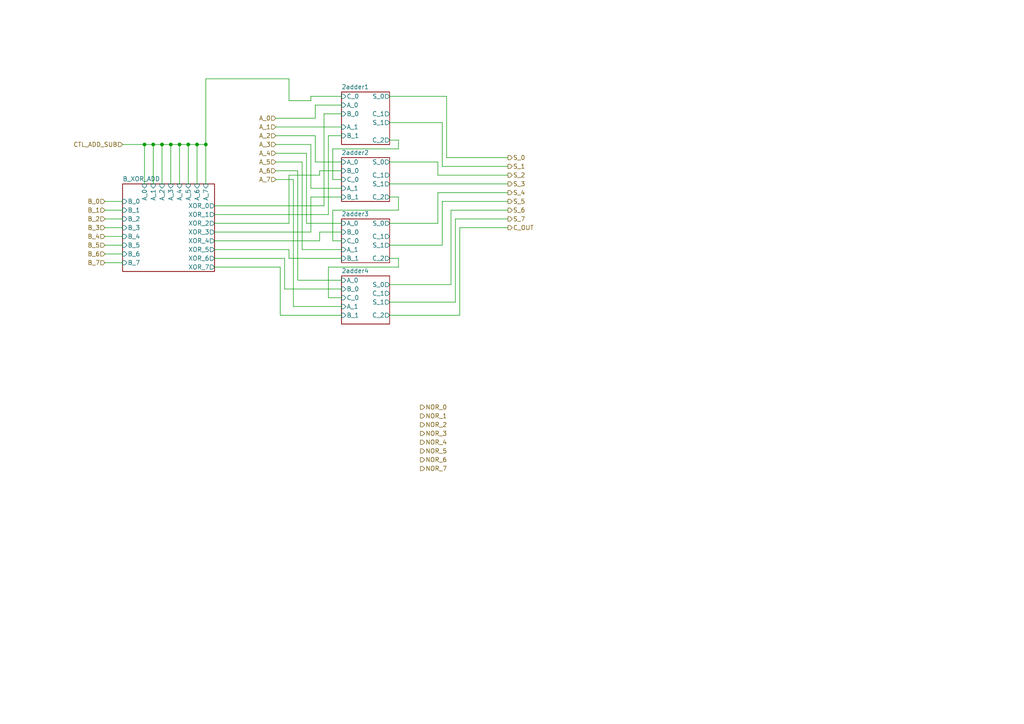
<source format=kicad_sch>
(kicad_sch
	(version 20250114)
	(generator "eeschema")
	(generator_version "9.0")
	(uuid "a95c2b98-7536-4667-b4bc-e1e873d870d9")
	(paper "A4")
	(lib_symbols)
	(junction
		(at 46.99 41.91)
		(diameter 0)
		(color 0 0 0 0)
		(uuid "1069df72-a796-45d5-a6cc-85a0dd9d253e")
	)
	(junction
		(at 49.53 41.91)
		(diameter 0)
		(color 0 0 0 0)
		(uuid "20fc4905-aa0b-4bea-880c-2519d9d86b4a")
	)
	(junction
		(at 44.45 41.91)
		(diameter 0)
		(color 0 0 0 0)
		(uuid "61ae3121-9d90-4c55-bf26-7264f0cab86f")
	)
	(junction
		(at 54.61 41.91)
		(diameter 0)
		(color 0 0 0 0)
		(uuid "6de01d43-e8de-489b-ba80-87a3dac9ce8c")
	)
	(junction
		(at 41.91 41.91)
		(diameter 0)
		(color 0 0 0 0)
		(uuid "7715e9ee-8621-4936-b4bb-f87cd398dbe6")
	)
	(junction
		(at 52.07 41.91)
		(diameter 0)
		(color 0 0 0 0)
		(uuid "bc4bbac0-08c3-4196-a512-16aa278a8572")
	)
	(junction
		(at 59.69 41.91)
		(diameter 0)
		(color 0 0 0 0)
		(uuid "cd9c1536-3d7e-467c-a28a-7186460abf97")
	)
	(junction
		(at 57.15 41.91)
		(diameter 0)
		(color 0 0 0 0)
		(uuid "fcda63c3-f611-4668-9210-9bad76700e7b")
	)
	(wire
		(pts
			(xy 115.57 77.47) (xy 95.25 77.47)
		)
		(stroke
			(width 0)
			(type default)
		)
		(uuid "0207e055-0072-4879-96e0-271242612068")
	)
	(wire
		(pts
			(xy 83.82 72.39) (xy 83.82 74.93)
		)
		(stroke
			(width 0)
			(type default)
		)
		(uuid "040d7b96-27db-4183-b724-3794c2c1fcca")
	)
	(wire
		(pts
			(xy 52.07 41.91) (xy 52.07 53.34)
		)
		(stroke
			(width 0)
			(type default)
		)
		(uuid "0478ebcf-7d08-4fb2-9d3e-85e4a6b4af6b")
	)
	(wire
		(pts
			(xy 80.01 49.53) (xy 86.36 49.53)
		)
		(stroke
			(width 0)
			(type default)
		)
		(uuid "083df194-83d4-432e-ada9-38f0f61c9e1e")
	)
	(wire
		(pts
			(xy 90.17 29.21) (xy 90.17 27.94)
		)
		(stroke
			(width 0)
			(type default)
		)
		(uuid "09960f9d-99cd-41f6-9bb5-f5936d8ddf09")
	)
	(wire
		(pts
			(xy 80.01 44.45) (xy 88.9 44.45)
		)
		(stroke
			(width 0)
			(type default)
		)
		(uuid "09df9b24-8c97-4b3a-9e38-bf6e1d97e561")
	)
	(wire
		(pts
			(xy 132.08 63.5) (xy 147.32 63.5)
		)
		(stroke
			(width 0)
			(type default)
		)
		(uuid "0a343018-1170-4970-81c9-d84b4f27d393")
	)
	(wire
		(pts
			(xy 87.63 72.39) (xy 99.06 72.39)
		)
		(stroke
			(width 0)
			(type default)
		)
		(uuid "0c5cb344-6eb4-48ba-a37b-7f64855b5874")
	)
	(wire
		(pts
			(xy 85.09 52.07) (xy 85.09 88.9)
		)
		(stroke
			(width 0)
			(type default)
		)
		(uuid "0dfcf26f-3896-4b72-b253-7174598024fc")
	)
	(wire
		(pts
			(xy 62.23 72.39) (xy 83.82 72.39)
		)
		(stroke
			(width 0)
			(type default)
		)
		(uuid "10627948-2053-400e-90e7-a8cb3558c789")
	)
	(wire
		(pts
			(xy 80.01 34.29) (xy 91.44 34.29)
		)
		(stroke
			(width 0)
			(type default)
		)
		(uuid "16b84351-d25f-4b98-820c-9d1c60973d4a")
	)
	(wire
		(pts
			(xy 90.17 57.15) (xy 99.06 57.15)
		)
		(stroke
			(width 0)
			(type default)
		)
		(uuid "16e0b5cd-53e2-4e36-9bc0-a7009532739b")
	)
	(wire
		(pts
			(xy 30.48 58.42) (xy 35.56 58.42)
		)
		(stroke
			(width 0)
			(type default)
		)
		(uuid "177adf87-8285-4c85-bb9c-84091e39e343")
	)
	(wire
		(pts
			(xy 62.23 77.47) (xy 81.28 77.47)
		)
		(stroke
			(width 0)
			(type default)
		)
		(uuid "1bcdc6b6-3c65-4936-85b0-d1da09dbf143")
	)
	(wire
		(pts
			(xy 54.61 41.91) (xy 54.61 53.34)
		)
		(stroke
			(width 0)
			(type default)
		)
		(uuid "1c8570fd-93e2-4036-9f90-5c0a0374009a")
	)
	(wire
		(pts
			(xy 49.53 41.91) (xy 49.53 53.34)
		)
		(stroke
			(width 0)
			(type default)
		)
		(uuid "2177e3af-6de3-4425-b0cc-41e8799ac013")
	)
	(wire
		(pts
			(xy 95.25 62.23) (xy 95.25 39.37)
		)
		(stroke
			(width 0)
			(type default)
		)
		(uuid "219fd1b5-22ae-4a65-8728-f543076e588f")
	)
	(wire
		(pts
			(xy 91.44 39.37) (xy 91.44 46.99)
		)
		(stroke
			(width 0)
			(type default)
		)
		(uuid "25e32980-12e3-433f-9a61-8e340a5c7399")
	)
	(wire
		(pts
			(xy 62.23 59.69) (xy 93.98 59.69)
		)
		(stroke
			(width 0)
			(type default)
		)
		(uuid "28159d48-8fa3-414c-86c5-d37fd7998674")
	)
	(wire
		(pts
			(xy 113.03 57.15) (xy 115.57 57.15)
		)
		(stroke
			(width 0)
			(type default)
		)
		(uuid "28b85d9c-a106-4f7a-adb8-4efb7503ab65")
	)
	(wire
		(pts
			(xy 127 50.8) (xy 147.32 50.8)
		)
		(stroke
			(width 0)
			(type default)
		)
		(uuid "2c30ced8-1051-4d3b-aa6d-94a04a86b15c")
	)
	(wire
		(pts
			(xy 62.23 62.23) (xy 95.25 62.23)
		)
		(stroke
			(width 0)
			(type default)
		)
		(uuid "2fd1c142-ec31-4e3b-b5be-8e9704bba20b")
	)
	(wire
		(pts
			(xy 95.25 39.37) (xy 99.06 39.37)
		)
		(stroke
			(width 0)
			(type default)
		)
		(uuid "312745a3-9c10-42d0-a01c-20fc208f2d9d")
	)
	(wire
		(pts
			(xy 30.48 63.5) (xy 35.56 63.5)
		)
		(stroke
			(width 0)
			(type default)
		)
		(uuid "3413454b-54a3-43d5-b177-ca0850d1db70")
	)
	(wire
		(pts
			(xy 41.91 41.91) (xy 44.45 41.91)
		)
		(stroke
			(width 0)
			(type default)
		)
		(uuid "36f1d04b-7259-4c7c-8d08-475eb772fa3f")
	)
	(wire
		(pts
			(xy 133.35 66.04) (xy 147.32 66.04)
		)
		(stroke
			(width 0)
			(type default)
		)
		(uuid "37f981ec-2771-41c9-9686-a9afd5119535")
	)
	(wire
		(pts
			(xy 57.15 41.91) (xy 57.15 53.34)
		)
		(stroke
			(width 0)
			(type default)
		)
		(uuid "3fed3dd3-9e3d-4983-9a01-2cad527d8c39")
	)
	(wire
		(pts
			(xy 30.48 68.58) (xy 35.56 68.58)
		)
		(stroke
			(width 0)
			(type default)
		)
		(uuid "40539bf6-19a4-4167-9dbb-7ac85608bfd3")
	)
	(wire
		(pts
			(xy 128.27 35.56) (xy 128.27 48.26)
		)
		(stroke
			(width 0)
			(type default)
		)
		(uuid "437b83c7-846a-41bc-ac32-015421525d02")
	)
	(wire
		(pts
			(xy 113.03 82.55) (xy 130.81 82.55)
		)
		(stroke
			(width 0)
			(type default)
		)
		(uuid "44a27cfd-bb24-408b-88a7-2bfbd1efb9ac")
	)
	(wire
		(pts
			(xy 62.23 67.31) (xy 90.17 67.31)
		)
		(stroke
			(width 0)
			(type default)
		)
		(uuid "45246422-8328-4b9f-a8ec-c96a8b69adc0")
	)
	(wire
		(pts
			(xy 113.03 35.56) (xy 128.27 35.56)
		)
		(stroke
			(width 0)
			(type default)
		)
		(uuid "48a1ba31-3f5b-4960-a637-88eba2036dfb")
	)
	(wire
		(pts
			(xy 44.45 41.91) (xy 44.45 53.34)
		)
		(stroke
			(width 0)
			(type default)
		)
		(uuid "4a3a46ae-58cb-48eb-b36c-076f2e3cc4df")
	)
	(wire
		(pts
			(xy 133.35 91.44) (xy 133.35 66.04)
		)
		(stroke
			(width 0)
			(type default)
		)
		(uuid "4c85cccb-3384-4bc8-91af-3ac703b25f0c")
	)
	(wire
		(pts
			(xy 46.99 41.91) (xy 46.99 53.34)
		)
		(stroke
			(width 0)
			(type default)
		)
		(uuid "4e4ee761-4a59-485d-9d59-03ac8207efe3")
	)
	(wire
		(pts
			(xy 91.44 46.99) (xy 99.06 46.99)
		)
		(stroke
			(width 0)
			(type default)
		)
		(uuid "5274a9bd-c599-43d3-9afa-8450427b13d3")
	)
	(wire
		(pts
			(xy 113.03 40.64) (xy 115.57 40.64)
		)
		(stroke
			(width 0)
			(type default)
		)
		(uuid "53412267-33d6-48e7-8d55-d2f66a3146f1")
	)
	(wire
		(pts
			(xy 96.52 69.85) (xy 99.06 69.85)
		)
		(stroke
			(width 0)
			(type default)
		)
		(uuid "54ae153b-6998-4485-80ea-ad90de0ced58")
	)
	(wire
		(pts
			(xy 90.17 41.91) (xy 90.17 54.61)
		)
		(stroke
			(width 0)
			(type default)
		)
		(uuid "5656b262-ae16-4dde-92bb-aaf953c8d3fd")
	)
	(wire
		(pts
			(xy 83.82 29.21) (xy 90.17 29.21)
		)
		(stroke
			(width 0)
			(type default)
		)
		(uuid "58b197cf-5dd5-47be-8354-7b2098c6827b")
	)
	(wire
		(pts
			(xy 81.28 77.47) (xy 81.28 91.44)
		)
		(stroke
			(width 0)
			(type default)
		)
		(uuid "5e4d2ab3-8cbe-4caa-ab23-47be5c2b4224")
	)
	(wire
		(pts
			(xy 92.71 67.31) (xy 99.06 67.31)
		)
		(stroke
			(width 0)
			(type default)
		)
		(uuid "6067a114-0694-4837-893e-6ce64a363bef")
	)
	(wire
		(pts
			(xy 80.01 46.99) (xy 87.63 46.99)
		)
		(stroke
			(width 0)
			(type default)
		)
		(uuid "61226c09-3e27-490d-805d-f9c7c1344ed0")
	)
	(wire
		(pts
			(xy 83.82 22.86) (xy 83.82 29.21)
		)
		(stroke
			(width 0)
			(type default)
		)
		(uuid "65946d19-cac9-499b-ab4f-581a4f38b07d")
	)
	(wire
		(pts
			(xy 113.03 74.93) (xy 115.57 74.93)
		)
		(stroke
			(width 0)
			(type default)
		)
		(uuid "66eb92e3-d80f-4549-b95f-f1a3c3fb4619")
	)
	(wire
		(pts
			(xy 83.82 74.93) (xy 99.06 74.93)
		)
		(stroke
			(width 0)
			(type default)
		)
		(uuid "684e6033-77b7-423c-a19d-edea0fdecf13")
	)
	(wire
		(pts
			(xy 59.69 41.91) (xy 59.69 22.86)
		)
		(stroke
			(width 0)
			(type default)
		)
		(uuid "69060f28-01b3-4b49-a772-38087dccd730")
	)
	(wire
		(pts
			(xy 86.36 81.28) (xy 99.06 81.28)
		)
		(stroke
			(width 0)
			(type default)
		)
		(uuid "6a0cdec0-2a5e-451f-bcd3-067e93ab8c70")
	)
	(wire
		(pts
			(xy 95.25 86.36) (xy 99.06 86.36)
		)
		(stroke
			(width 0)
			(type default)
		)
		(uuid "6a3c617c-9028-4da7-b0b1-f13746be6ca0")
	)
	(wire
		(pts
			(xy 115.57 74.93) (xy 115.57 77.47)
		)
		(stroke
			(width 0)
			(type default)
		)
		(uuid "6a814e75-66ec-4313-848d-e9888af5416b")
	)
	(wire
		(pts
			(xy 30.48 66.04) (xy 35.56 66.04)
		)
		(stroke
			(width 0)
			(type default)
		)
		(uuid "6b7866ab-97d6-47cc-be6a-22ec8674dbc7")
	)
	(wire
		(pts
			(xy 96.52 60.96) (xy 96.52 69.85)
		)
		(stroke
			(width 0)
			(type default)
		)
		(uuid "6cc0addd-85e2-48bc-8c1d-ce35be435bb8")
	)
	(wire
		(pts
			(xy 92.71 50.8) (xy 92.71 49.53)
		)
		(stroke
			(width 0)
			(type default)
		)
		(uuid "765af20d-367e-4bb2-af9a-fe5cc31a38c0")
	)
	(wire
		(pts
			(xy 59.69 22.86) (xy 83.82 22.86)
		)
		(stroke
			(width 0)
			(type default)
		)
		(uuid "77c1f029-4fa1-4729-99fe-97cce7da77f8")
	)
	(wire
		(pts
			(xy 80.01 39.37) (xy 91.44 39.37)
		)
		(stroke
			(width 0)
			(type default)
		)
		(uuid "79254b40-e480-49c3-a5da-546e87cddced")
	)
	(wire
		(pts
			(xy 92.71 69.85) (xy 92.71 67.31)
		)
		(stroke
			(width 0)
			(type default)
		)
		(uuid "81c96e9f-69a1-43f1-a1b4-3a818fb92f7b")
	)
	(wire
		(pts
			(xy 80.01 36.83) (xy 99.06 36.83)
		)
		(stroke
			(width 0)
			(type default)
		)
		(uuid "83aa02ab-eedc-4390-8673-90b34e876d6b")
	)
	(wire
		(pts
			(xy 92.71 49.53) (xy 99.06 49.53)
		)
		(stroke
			(width 0)
			(type default)
		)
		(uuid "84583c83-e75d-40ac-b94e-f7ce270dfd1d")
	)
	(wire
		(pts
			(xy 30.48 71.12) (xy 35.56 71.12)
		)
		(stroke
			(width 0)
			(type default)
		)
		(uuid "8ed61159-d500-4869-a290-9086d03baa37")
	)
	(wire
		(pts
			(xy 49.53 41.91) (xy 52.07 41.91)
		)
		(stroke
			(width 0)
			(type default)
		)
		(uuid "913de0d5-7db9-4c45-91bd-c0eb45fc772d")
	)
	(wire
		(pts
			(xy 113.03 64.77) (xy 127 64.77)
		)
		(stroke
			(width 0)
			(type default)
		)
		(uuid "946c2053-7bad-4056-a2c4-951bf006bc68")
	)
	(wire
		(pts
			(xy 87.63 46.99) (xy 87.63 72.39)
		)
		(stroke
			(width 0)
			(type default)
		)
		(uuid "95811a03-89bd-4866-9f60-8b386cfc717d")
	)
	(wire
		(pts
			(xy 128.27 48.26) (xy 147.32 48.26)
		)
		(stroke
			(width 0)
			(type default)
		)
		(uuid "972d7db5-2ba1-47a6-b3b7-f66c2db19bf1")
	)
	(wire
		(pts
			(xy 113.03 71.12) (xy 128.27 71.12)
		)
		(stroke
			(width 0)
			(type default)
		)
		(uuid "a2edf351-bfd9-4e50-8d64-0ad888de4dca")
	)
	(wire
		(pts
			(xy 30.48 60.96) (xy 35.56 60.96)
		)
		(stroke
			(width 0)
			(type default)
		)
		(uuid "a34de638-be27-4fd9-8bea-9f33886f42d0")
	)
	(wire
		(pts
			(xy 81.28 91.44) (xy 99.06 91.44)
		)
		(stroke
			(width 0)
			(type default)
		)
		(uuid "a57cb35d-d17d-44e0-a252-e35f2b0db233")
	)
	(wire
		(pts
			(xy 88.9 64.77) (xy 99.06 64.77)
		)
		(stroke
			(width 0)
			(type default)
		)
		(uuid "a61dab8a-fa66-4865-82bd-94ed2dcc68a0")
	)
	(wire
		(pts
			(xy 46.99 41.91) (xy 49.53 41.91)
		)
		(stroke
			(width 0)
			(type default)
		)
		(uuid "a6419659-2b84-4817-abca-4332f611dd90")
	)
	(wire
		(pts
			(xy 90.17 54.61) (xy 99.06 54.61)
		)
		(stroke
			(width 0)
			(type default)
		)
		(uuid "a64256ae-fc7c-4d38-8993-30bc5f8f3984")
	)
	(wire
		(pts
			(xy 113.03 87.63) (xy 132.08 87.63)
		)
		(stroke
			(width 0)
			(type default)
		)
		(uuid "a705dd23-78f8-4004-b493-5ed259bf508c")
	)
	(wire
		(pts
			(xy 86.36 49.53) (xy 86.36 81.28)
		)
		(stroke
			(width 0)
			(type default)
		)
		(uuid "a71010a0-3118-4477-a8a5-532c3c3d5d7a")
	)
	(wire
		(pts
			(xy 96.52 43.18) (xy 96.52 52.07)
		)
		(stroke
			(width 0)
			(type default)
		)
		(uuid "b1df8268-033a-4529-baea-efe56ebb9043")
	)
	(wire
		(pts
			(xy 30.48 73.66) (xy 35.56 73.66)
		)
		(stroke
			(width 0)
			(type default)
		)
		(uuid "b34d6f2d-f9a4-4132-a408-7fe2208f2474")
	)
	(wire
		(pts
			(xy 54.61 41.91) (xy 57.15 41.91)
		)
		(stroke
			(width 0)
			(type default)
		)
		(uuid "b447cb4b-f11b-44a3-a766-c9e479675829")
	)
	(wire
		(pts
			(xy 80.01 52.07) (xy 85.09 52.07)
		)
		(stroke
			(width 0)
			(type default)
		)
		(uuid "b5295e73-b0c5-4303-83d5-c2d00f503db0")
	)
	(wire
		(pts
			(xy 62.23 69.85) (xy 92.71 69.85)
		)
		(stroke
			(width 0)
			(type default)
		)
		(uuid "b6263873-3d7f-478a-af61-57e50e68b423")
	)
	(wire
		(pts
			(xy 44.45 41.91) (xy 46.99 41.91)
		)
		(stroke
			(width 0)
			(type default)
		)
		(uuid "b7f3f12d-7024-4c19-8283-489c02d17b41")
	)
	(wire
		(pts
			(xy 62.23 74.93) (xy 82.55 74.93)
		)
		(stroke
			(width 0)
			(type default)
		)
		(uuid "bb1cbc8a-c051-46f8-bf3c-6b2ba8097520")
	)
	(wire
		(pts
			(xy 115.57 43.18) (xy 96.52 43.18)
		)
		(stroke
			(width 0)
			(type default)
		)
		(uuid "bddb9b40-de10-40a8-b839-ff0d4af69337")
	)
	(wire
		(pts
			(xy 88.9 44.45) (xy 88.9 64.77)
		)
		(stroke
			(width 0)
			(type default)
		)
		(uuid "bf493d30-2b22-4924-809c-bc1238a62b4b")
	)
	(wire
		(pts
			(xy 57.15 41.91) (xy 59.69 41.91)
		)
		(stroke
			(width 0)
			(type default)
		)
		(uuid "c6f1c5ee-0d7f-4300-856e-91a5b2f29233")
	)
	(wire
		(pts
			(xy 129.54 27.94) (xy 129.54 45.72)
		)
		(stroke
			(width 0)
			(type default)
		)
		(uuid "ca83803d-984a-4ce3-a5ba-fb5cbcaadc37")
	)
	(wire
		(pts
			(xy 127 64.77) (xy 127 55.88)
		)
		(stroke
			(width 0)
			(type default)
		)
		(uuid "cc41d561-a721-4cf9-b872-48e2f58fdd44")
	)
	(wire
		(pts
			(xy 115.57 60.96) (xy 96.52 60.96)
		)
		(stroke
			(width 0)
			(type default)
		)
		(uuid "cca50c00-1785-4daf-b78b-53652e8cdd58")
	)
	(wire
		(pts
			(xy 30.48 76.2) (xy 35.56 76.2)
		)
		(stroke
			(width 0)
			(type default)
		)
		(uuid "ccb7146e-e651-4109-a4f1-8b7abe83806a")
	)
	(wire
		(pts
			(xy 129.54 45.72) (xy 147.32 45.72)
		)
		(stroke
			(width 0)
			(type default)
		)
		(uuid "cd5071c7-9002-49ac-9517-70747ada7dfb")
	)
	(wire
		(pts
			(xy 35.56 41.91) (xy 41.91 41.91)
		)
		(stroke
			(width 0)
			(type default)
		)
		(uuid "ce3cce0f-236f-4056-99d6-e3facf637127")
	)
	(wire
		(pts
			(xy 115.57 57.15) (xy 115.57 60.96)
		)
		(stroke
			(width 0)
			(type default)
		)
		(uuid "d087253a-6664-45ce-a13d-73b52d37e74a")
	)
	(wire
		(pts
			(xy 90.17 67.31) (xy 90.17 57.15)
		)
		(stroke
			(width 0)
			(type default)
		)
		(uuid "d14df9a5-963a-4d43-be32-0c12073b50d1")
	)
	(wire
		(pts
			(xy 128.27 58.42) (xy 147.32 58.42)
		)
		(stroke
			(width 0)
			(type default)
		)
		(uuid "d36e32d5-7023-4aff-a862-22520e57218f")
	)
	(wire
		(pts
			(xy 113.03 27.94) (xy 129.54 27.94)
		)
		(stroke
			(width 0)
			(type default)
		)
		(uuid "d85b34bc-3850-435b-80c8-58aeae3e0257")
	)
	(wire
		(pts
			(xy 80.01 41.91) (xy 90.17 41.91)
		)
		(stroke
			(width 0)
			(type default)
		)
		(uuid "d999116d-9947-42d0-9864-b2c9fa3ae14a")
	)
	(wire
		(pts
			(xy 82.55 74.93) (xy 82.55 83.82)
		)
		(stroke
			(width 0)
			(type default)
		)
		(uuid "d9d212fe-6015-4224-8a70-ea63e579d0b0")
	)
	(wire
		(pts
			(xy 113.03 46.99) (xy 127 46.99)
		)
		(stroke
			(width 0)
			(type default)
		)
		(uuid "dbb9ea66-80c8-46bb-b889-ef428c63c774")
	)
	(wire
		(pts
			(xy 59.69 41.91) (xy 59.69 53.34)
		)
		(stroke
			(width 0)
			(type default)
		)
		(uuid "dd5448fa-413f-49cd-9f89-09f2734d1e79")
	)
	(wire
		(pts
			(xy 113.03 91.44) (xy 133.35 91.44)
		)
		(stroke
			(width 0)
			(type default)
		)
		(uuid "de155f9e-220e-4049-8ecc-2979b720bd29")
	)
	(wire
		(pts
			(xy 95.25 77.47) (xy 95.25 86.36)
		)
		(stroke
			(width 0)
			(type default)
		)
		(uuid "e0eaae05-13d6-4fc2-b8bf-c6fc66de7160")
	)
	(wire
		(pts
			(xy 82.55 83.82) (xy 99.06 83.82)
		)
		(stroke
			(width 0)
			(type default)
		)
		(uuid "e1ae4cd3-a627-4d79-992e-35926628f4e6")
	)
	(wire
		(pts
			(xy 130.81 82.55) (xy 130.81 60.96)
		)
		(stroke
			(width 0)
			(type default)
		)
		(uuid "e1f8dde2-0625-4372-8ee2-8587ec709804")
	)
	(wire
		(pts
			(xy 93.98 59.69) (xy 93.98 33.02)
		)
		(stroke
			(width 0)
			(type default)
		)
		(uuid "e5c5a525-ccd1-436f-90b1-2d079d238039")
	)
	(wire
		(pts
			(xy 128.27 71.12) (xy 128.27 58.42)
		)
		(stroke
			(width 0)
			(type default)
		)
		(uuid "e613a5cb-1731-45a2-b56b-53f3127cf6c1")
	)
	(wire
		(pts
			(xy 132.08 87.63) (xy 132.08 63.5)
		)
		(stroke
			(width 0)
			(type default)
		)
		(uuid "e6fb39e9-c305-45ab-8c7b-db71f9f83239")
	)
	(wire
		(pts
			(xy 91.44 30.48) (xy 99.06 30.48)
		)
		(stroke
			(width 0)
			(type default)
		)
		(uuid "e7004aa1-330c-4696-b943-10a11e3bd0bd")
	)
	(wire
		(pts
			(xy 83.82 64.77) (xy 83.82 50.8)
		)
		(stroke
			(width 0)
			(type default)
		)
		(uuid "e830832e-7f54-4c84-ad44-23ce95ffb558")
	)
	(wire
		(pts
			(xy 96.52 52.07) (xy 99.06 52.07)
		)
		(stroke
			(width 0)
			(type default)
		)
		(uuid "e907bc5b-c368-44d0-9054-1aa3f575c436")
	)
	(wire
		(pts
			(xy 127 55.88) (xy 147.32 55.88)
		)
		(stroke
			(width 0)
			(type default)
		)
		(uuid "e956fac7-78ff-4464-89c6-7d984a5a38b5")
	)
	(wire
		(pts
			(xy 83.82 50.8) (xy 92.71 50.8)
		)
		(stroke
			(width 0)
			(type default)
		)
		(uuid "e9f794b5-a0ad-477f-b65d-84b5387b4539")
	)
	(wire
		(pts
			(xy 115.57 40.64) (xy 115.57 43.18)
		)
		(stroke
			(width 0)
			(type default)
		)
		(uuid "eb6becbd-547a-4a20-b815-d7828555ca04")
	)
	(wire
		(pts
			(xy 85.09 88.9) (xy 99.06 88.9)
		)
		(stroke
			(width 0)
			(type default)
		)
		(uuid "ee08d465-f089-4e83-8dd4-ec00d083c625")
	)
	(wire
		(pts
			(xy 127 46.99) (xy 127 50.8)
		)
		(stroke
			(width 0)
			(type default)
		)
		(uuid "f3c41109-0106-4549-87a9-10b1a1eb3a40")
	)
	(wire
		(pts
			(xy 41.91 41.91) (xy 41.91 53.34)
		)
		(stroke
			(width 0)
			(type default)
		)
		(uuid "f4ae13df-7091-4b7e-88f2-72bd3d1d3e08")
	)
	(wire
		(pts
			(xy 93.98 33.02) (xy 99.06 33.02)
		)
		(stroke
			(width 0)
			(type default)
		)
		(uuid "f4c4ff1e-49dc-4f81-b76d-048cb25e3382")
	)
	(wire
		(pts
			(xy 113.03 53.34) (xy 147.32 53.34)
		)
		(stroke
			(width 0)
			(type default)
		)
		(uuid "f6cc3cb2-b8c7-46b1-b439-cf5f75bdcb26")
	)
	(wire
		(pts
			(xy 62.23 64.77) (xy 83.82 64.77)
		)
		(stroke
			(width 0)
			(type default)
		)
		(uuid "f7389285-19ad-4f39-bdcf-a1f7ee374fcb")
	)
	(wire
		(pts
			(xy 130.81 60.96) (xy 147.32 60.96)
		)
		(stroke
			(width 0)
			(type default)
		)
		(uuid "f8c22918-d0a1-4727-849e-a51030c9d2f9")
	)
	(wire
		(pts
			(xy 90.17 27.94) (xy 99.06 27.94)
		)
		(stroke
			(width 0)
			(type default)
		)
		(uuid "f8c4dac5-94fb-4c8f-bf18-644158d8eb5b")
	)
	(wire
		(pts
			(xy 52.07 41.91) (xy 54.61 41.91)
		)
		(stroke
			(width 0)
			(type default)
		)
		(uuid "f90dcd36-dd31-44f2-82c2-ac4ec73972d5")
	)
	(wire
		(pts
			(xy 91.44 34.29) (xy 91.44 30.48)
		)
		(stroke
			(width 0)
			(type default)
		)
		(uuid "fad768a6-8b08-4b61-adf0-68bde98aae99")
	)
	(hierarchical_label "B_7"
		(shape input)
		(at 30.48 76.2 180)
		(effects
			(font
				(size 1.27 1.27)
			)
			(justify right)
		)
		(uuid "096c6bdf-83d7-47c5-a070-ba745e8e3b9e")
	)
	(hierarchical_label "NOR_7"
		(shape output)
		(at 121.92 135.89 0)
		(effects
			(font
				(size 1.27 1.27)
			)
			(justify left)
		)
		(uuid "0f751a82-afd2-4da7-86bf-3c5eda542da4")
	)
	(hierarchical_label "NOR_1"
		(shape output)
		(at 121.92 120.65 0)
		(effects
			(font
				(size 1.27 1.27)
			)
			(justify left)
		)
		(uuid "1e7ff1b3-2a2d-412c-a7d3-e08ae8fe324c")
	)
	(hierarchical_label "NOR_5"
		(shape output)
		(at 121.92 130.81 0)
		(effects
			(font
				(size 1.27 1.27)
			)
			(justify left)
		)
		(uuid "1fd145f9-57e0-44d9-b081-4d9b203435c1")
	)
	(hierarchical_label "CTL_ADD_SUB"
		(shape input)
		(at 35.56 41.91 180)
		(effects
			(font
				(size 1.27 1.27)
			)
			(justify right)
		)
		(uuid "2c0bbdf4-87b8-4b9a-85f9-a13c4eb3a255")
	)
	(hierarchical_label "NOR_6"
		(shape output)
		(at 121.92 133.35 0)
		(effects
			(font
				(size 1.27 1.27)
			)
			(justify left)
		)
		(uuid "33883b77-65f8-44c7-a173-4a3cc536cfe4")
	)
	(hierarchical_label "S_4"
		(shape output)
		(at 147.32 55.88 0)
		(effects
			(font
				(size 1.27 1.27)
			)
			(justify left)
		)
		(uuid "39d88611-3111-4f1e-bc3d-d5a85e4a384f")
	)
	(hierarchical_label "S_7"
		(shape output)
		(at 147.32 63.5 0)
		(effects
			(font
				(size 1.27 1.27)
			)
			(justify left)
		)
		(uuid "43221c3e-bbb4-4143-ae95-80452f8e1cdb")
	)
	(hierarchical_label "A_4"
		(shape input)
		(at 80.01 44.45 180)
		(effects
			(font
				(size 1.27 1.27)
			)
			(justify right)
		)
		(uuid "492910e6-54bc-49fe-84a0-684d9971008a")
	)
	(hierarchical_label "B_3"
		(shape input)
		(at 30.48 66.04 180)
		(effects
			(font
				(size 1.27 1.27)
			)
			(justify right)
		)
		(uuid "4b07785a-0120-45ca-a6ab-7f74b18f3b10")
	)
	(hierarchical_label "A_3"
		(shape input)
		(at 80.01 41.91 180)
		(effects
			(font
				(size 1.27 1.27)
			)
			(justify right)
		)
		(uuid "4c0b5263-c065-4841-bf98-c1bc942caa93")
	)
	(hierarchical_label "NOR_2"
		(shape output)
		(at 121.92 123.19 0)
		(effects
			(font
				(size 1.27 1.27)
			)
			(justify left)
		)
		(uuid "5700b252-f242-4696-b41f-87c7785fa19f")
	)
	(hierarchical_label "B_1"
		(shape input)
		(at 30.48 60.96 180)
		(effects
			(font
				(size 1.27 1.27)
			)
			(justify right)
		)
		(uuid "5a073522-9a85-4f1d-9720-b8bcda51b553")
	)
	(hierarchical_label "S_6"
		(shape output)
		(at 147.32 60.96 0)
		(effects
			(font
				(size 1.27 1.27)
			)
			(justify left)
		)
		(uuid "5f4aed52-7234-4cfc-bd12-eff732d4f256")
	)
	(hierarchical_label "NOR_0"
		(shape output)
		(at 121.92 118.11 0)
		(effects
			(font
				(size 1.27 1.27)
			)
			(justify left)
		)
		(uuid "61c7760e-dbd7-43c1-9057-6514e03f6157")
	)
	(hierarchical_label "S_2"
		(shape output)
		(at 147.32 50.8 0)
		(effects
			(font
				(size 1.27 1.27)
			)
			(justify left)
		)
		(uuid "653dd00e-d605-42c1-853a-d31e04af731e")
	)
	(hierarchical_label "A_0"
		(shape input)
		(at 80.01 34.29 180)
		(effects
			(font
				(size 1.27 1.27)
			)
			(justify right)
		)
		(uuid "6ab9f35b-39e8-4bca-be19-cce316d3fa06")
	)
	(hierarchical_label "S_5"
		(shape output)
		(at 147.32 58.42 0)
		(effects
			(font
				(size 1.27 1.27)
			)
			(justify left)
		)
		(uuid "7b9482a6-0767-4f89-a989-ea454c421f6d")
	)
	(hierarchical_label "A_1"
		(shape input)
		(at 80.01 36.83 180)
		(effects
			(font
				(size 1.27 1.27)
			)
			(justify right)
		)
		(uuid "82cfcf25-43f9-476f-8f1d-572a45056ba3")
	)
	(hierarchical_label "A_7"
		(shape input)
		(at 80.01 52.07 180)
		(effects
			(font
				(size 1.27 1.27)
			)
			(justify right)
		)
		(uuid "9581ce50-ef10-4f50-b7a4-a47acb314c78")
	)
	(hierarchical_label "C_OUT"
		(shape output)
		(at 147.32 66.04 0)
		(effects
			(font
				(size 1.27 1.27)
			)
			(justify left)
		)
		(uuid "96c35764-fdbb-4c73-9b15-b4dcfa203721")
	)
	(hierarchical_label "S_1"
		(shape output)
		(at 147.32 48.26 0)
		(effects
			(font
				(size 1.27 1.27)
			)
			(justify left)
		)
		(uuid "a0c3cd34-4fc1-48de-b732-3e71aac58cac")
	)
	(hierarchical_label "B_0"
		(shape input)
		(at 30.48 58.42 180)
		(effects
			(font
				(size 1.27 1.27)
			)
			(justify right)
		)
		(uuid "aa151806-d58b-4615-97cb-098d802f696e")
	)
	(hierarchical_label "A_6"
		(shape input)
		(at 80.01 49.53 180)
		(effects
			(font
				(size 1.27 1.27)
			)
			(justify right)
		)
		(uuid "b3a8e657-31d6-4f36-83da-902ecb7a6ac4")
	)
	(hierarchical_label "S_0"
		(shape output)
		(at 147.32 45.72 0)
		(effects
			(font
				(size 1.27 1.27)
			)
			(justify left)
		)
		(uuid "b6f2121a-f473-4d76-b3ec-7c94eb2b3c4d")
	)
	(hierarchical_label "A_5"
		(shape input)
		(at 80.01 46.99 180)
		(effects
			(font
				(size 1.27 1.27)
			)
			(justify right)
		)
		(uuid "c25b9e8b-f19e-4a9c-9aa0-e2bf3b3a10f1")
	)
	(hierarchical_label "B_4"
		(shape input)
		(at 30.48 68.58 180)
		(effects
			(font
				(size 1.27 1.27)
			)
			(justify right)
		)
		(uuid "daf98166-a0d5-40d3-8677-9add01f42fde")
	)
	(hierarchical_label "B_6"
		(shape input)
		(at 30.48 73.66 180)
		(effects
			(font
				(size 1.27 1.27)
			)
			(justify right)
		)
		(uuid "e2df7cf4-3b80-4529-b81c-6ec45d1bb5ac")
	)
	(hierarchical_label "B_2"
		(shape input)
		(at 30.48 63.5 180)
		(effects
			(font
				(size 1.27 1.27)
			)
			(justify right)
		)
		(uuid "e2eabbf9-92f3-4f1d-a4a4-2c3de2dcf08c")
	)
	(hierarchical_label "NOR_4"
		(shape output)
		(at 121.92 128.27 0)
		(effects
			(font
				(size 1.27 1.27)
			)
			(justify left)
		)
		(uuid "e5c8a8bb-963e-4d8d-b2b5-be4ddec2a77c")
	)
	(hierarchical_label "A_2"
		(shape input)
		(at 80.01 39.37 180)
		(effects
			(font
				(size 1.27 1.27)
			)
			(justify right)
		)
		(uuid "e685bcdc-1321-4fac-a296-6a983e3dd424")
	)
	(hierarchical_label "B_5"
		(shape input)
		(at 30.48 71.12 180)
		(effects
			(font
				(size 1.27 1.27)
			)
			(justify right)
		)
		(uuid "f4b90ba9-bbba-45b4-9d27-ee2c8dafa008")
	)
	(hierarchical_label "S_3"
		(shape output)
		(at 147.32 53.34 0)
		(effects
			(font
				(size 1.27 1.27)
			)
			(justify left)
		)
		(uuid "f60c1e28-03da-4676-9d62-6732ec90b9fa")
	)
	(hierarchical_label "NOR_3"
		(shape output)
		(at 121.92 125.73 0)
		(effects
			(font
				(size 1.27 1.27)
			)
			(justify left)
		)
		(uuid "fca49861-d5a4-48f1-8d52-13688ff1eb03")
	)
	(sheet
		(at 99.06 63.5)
		(size 13.97 12.7)
		(exclude_from_sim no)
		(in_bom yes)
		(on_board yes)
		(dnp no)
		(fields_autoplaced yes)
		(stroke
			(width 0.1524)
			(type solid)
		)
		(fill
			(color 0 0 0 0.0000)
		)
		(uuid "13617ca2-22ab-4064-ad7f-f5b31724d97a")
		(property "Sheetname" "2adder3"
			(at 99.06 62.7884 0)
			(effects
				(font
					(size 1.27 1.27)
				)
				(justify left bottom)
			)
		)
		(property "Sheetfile" "../2-bit-full-adder/2-bit-full-adder.kicad_sch"
			(at 99.06 76.7846 0)
			(effects
				(font
					(size 1.27 1.27)
				)
				(justify left top)
				(hide yes)
			)
		)
		(pin "C_2" output
			(at 113.03 74.93 0)
			(uuid "82d06a11-9dd8-400a-99ed-e32f26063d68")
			(effects
				(font
					(size 1.27 1.27)
				)
				(justify right)
			)
		)
		(pin "A_0" input
			(at 99.06 64.77 180)
			(uuid "36891ba4-5e43-4056-8df0-b51bf5dab7f3")
			(effects
				(font
					(size 1.27 1.27)
				)
				(justify left)
			)
		)
		(pin "A_1" input
			(at 99.06 72.39 180)
			(uuid "67781fb1-f143-4476-b21b-59db6608f624")
			(effects
				(font
					(size 1.27 1.27)
				)
				(justify left)
			)
		)
		(pin "S_0" output
			(at 113.03 64.77 0)
			(uuid "f1c3fe39-601f-4775-bf19-8230eedcabf7")
			(effects
				(font
					(size 1.27 1.27)
				)
				(justify right)
			)
		)
		(pin "B_1" input
			(at 99.06 74.93 180)
			(uuid "2c98f71c-d33a-4924-bc2b-7293ddcad406")
			(effects
				(font
					(size 1.27 1.27)
				)
				(justify left)
			)
		)
		(pin "B_0" input
			(at 99.06 67.31 180)
			(uuid "1e9fed4d-1c4f-442a-8785-d67373a6f0e9")
			(effects
				(font
					(size 1.27 1.27)
				)
				(justify left)
			)
		)
		(pin "C_1" output
			(at 113.03 68.58 0)
			(uuid "9b6fb45c-44ce-4782-b656-bbe1db1eee4f")
			(effects
				(font
					(size 1.27 1.27)
				)
				(justify right)
			)
		)
		(pin "S_1" output
			(at 113.03 71.12 0)
			(uuid "1f193942-5384-42d6-bbd4-72eebc603098")
			(effects
				(font
					(size 1.27 1.27)
				)
				(justify right)
			)
		)
		(pin "C_0" input
			(at 99.06 69.85 180)
			(uuid "81d57109-d0c3-43b8-bedd-0283bffa26cf")
			(effects
				(font
					(size 1.27 1.27)
				)
				(justify left)
			)
		)
		(instances
			(project "8-bit-full-adder"
				(path "/a95c2b98-7536-4667-b4bc-e1e873d870d9"
					(page "16")
				)
			)
			(project ""
				(path "/e4fdaf2a-93b2-4365-95c6-bf709e523fb6"
					(page "#")
				)
			)
			(project ""
				(path "/67e1ca7f-32cf-4790-a497-b2e72f19d576"
					(page "#")
				)
			)
			(project "master-alu"
				(path "/3aacef8e-e4d9-474c-bbb9-dab5749c488a/67e1ca7f-32cf-4790-a497-b2e72f19d576"
					(page "18")
				)
			)
		)
	)
	(sheet
		(at 99.06 26.67)
		(size 13.97 15.24)
		(exclude_from_sim no)
		(in_bom yes)
		(on_board yes)
		(dnp no)
		(fields_autoplaced yes)
		(stroke
			(width 0.1524)
			(type solid)
		)
		(fill
			(color 0 0 0 0.0000)
		)
		(uuid "1fa9b7c9-a767-4298-9039-13d6eae5381a")
		(property "Sheetname" "2adder1"
			(at 99.06 25.9584 0)
			(effects
				(font
					(size 1.27 1.27)
				)
				(justify left bottom)
			)
		)
		(property "Sheetfile" "../2-bit-full-adder/2-bit-full-adder.kicad_sch"
			(at 99.06 42.4946 0)
			(effects
				(font
					(size 1.27 1.27)
				)
				(justify left top)
				(hide yes)
			)
		)
		(pin "C_2" output
			(at 113.03 40.64 0)
			(uuid "79523968-d7b9-4897-8dee-c43cc560b983")
			(effects
				(font
					(size 1.27 1.27)
				)
				(justify right)
			)
		)
		(pin "A_0" input
			(at 99.06 30.48 180)
			(uuid "3a2509dc-0cbe-4899-9593-60c0939b8bde")
			(effects
				(font
					(size 1.27 1.27)
				)
				(justify left)
			)
		)
		(pin "A_1" input
			(at 99.06 36.83 180)
			(uuid "f37e354e-e7fa-4f4c-85d1-c4c13f98de4c")
			(effects
				(font
					(size 1.27 1.27)
				)
				(justify left)
			)
		)
		(pin "S_0" output
			(at 113.03 27.94 0)
			(uuid "9a9cfb41-8e6b-4165-98ad-9e26903352a4")
			(effects
				(font
					(size 1.27 1.27)
				)
				(justify right)
			)
		)
		(pin "B_1" input
			(at 99.06 39.37 180)
			(uuid "90c2f319-a231-4304-bd0b-2f2f3da8c714")
			(effects
				(font
					(size 1.27 1.27)
				)
				(justify left)
			)
		)
		(pin "B_0" input
			(at 99.06 33.02 180)
			(uuid "dcdc472d-2a04-432a-a240-e99ea328f746")
			(effects
				(font
					(size 1.27 1.27)
				)
				(justify left)
			)
		)
		(pin "C_1" output
			(at 113.03 33.02 0)
			(uuid "519de78d-ef06-42d0-85a4-bf5540c2c55e")
			(effects
				(font
					(size 1.27 1.27)
				)
				(justify right)
			)
		)
		(pin "S_1" output
			(at 113.03 35.56 0)
			(uuid "7a7ce46d-d6fa-4253-b71d-88c2ca069c0f")
			(effects
				(font
					(size 1.27 1.27)
				)
				(justify right)
			)
		)
		(pin "C_0" input
			(at 99.06 27.94 180)
			(uuid "7900a8bb-591a-4d53-bca8-142be6e91a11")
			(effects
				(font
					(size 1.27 1.27)
				)
				(justify left)
			)
		)
		(instances
			(project "8-bit-full-adder"
				(path "/a95c2b98-7536-4667-b4bc-e1e873d870d9"
					(page "2")
				)
			)
			(project ""
				(path "/e4fdaf2a-93b2-4365-95c6-bf709e523fb6"
					(page "#")
				)
			)
			(project ""
				(path "/67e1ca7f-32cf-4790-a497-b2e72f19d576"
					(page "#")
				)
			)
			(project "master-alu"
				(path "/3aacef8e-e4d9-474c-bbb9-dab5749c488a/67e1ca7f-32cf-4790-a497-b2e72f19d576"
					(page "4")
				)
			)
		)
	)
	(sheet
		(at 99.06 45.72)
		(size 13.97 12.7)
		(exclude_from_sim no)
		(in_bom yes)
		(on_board yes)
		(dnp no)
		(fields_autoplaced yes)
		(stroke
			(width 0.1524)
			(type solid)
		)
		(fill
			(color 0 0 0 0.0000)
		)
		(uuid "47cc39ba-746a-4c03-bf1c-f925fceaf544")
		(property "Sheetname" "2adder2"
			(at 99.06 45.0084 0)
			(effects
				(font
					(size 1.27 1.27)
				)
				(justify left bottom)
			)
		)
		(property "Sheetfile" "../2-bit-full-adder/2-bit-full-adder.kicad_sch"
			(at 99.06 59.0046 0)
			(effects
				(font
					(size 1.27 1.27)
				)
				(justify left top)
				(hide yes)
			)
		)
		(pin "C_2" output
			(at 113.03 57.15 0)
			(uuid "f6bf9aa4-af89-4788-9c41-bba6d3f335d4")
			(effects
				(font
					(size 1.27 1.27)
				)
				(justify right)
			)
		)
		(pin "A_0" input
			(at 99.06 46.99 180)
			(uuid "801b49c5-063d-416f-8d65-ce369a3dbc9d")
			(effects
				(font
					(size 1.27 1.27)
				)
				(justify left)
			)
		)
		(pin "A_1" input
			(at 99.06 54.61 180)
			(uuid "1f735dd0-3b0c-48f9-baa1-e89c9f59489c")
			(effects
				(font
					(size 1.27 1.27)
				)
				(justify left)
			)
		)
		(pin "S_0" output
			(at 113.03 46.99 0)
			(uuid "8f45bb01-2c59-4705-9a58-18df82a1f226")
			(effects
				(font
					(size 1.27 1.27)
				)
				(justify right)
			)
		)
		(pin "B_1" input
			(at 99.06 57.15 180)
			(uuid "70f02e19-0649-410d-b237-6c5151755f9b")
			(effects
				(font
					(size 1.27 1.27)
				)
				(justify left)
			)
		)
		(pin "B_0" input
			(at 99.06 49.53 180)
			(uuid "35affec1-7d1a-4e2c-abbe-f1e27bfb5df2")
			(effects
				(font
					(size 1.27 1.27)
				)
				(justify left)
			)
		)
		(pin "C_1" output
			(at 113.03 50.8 0)
			(uuid "2c9ae9be-34da-4f29-9592-8ee601104b4e")
			(effects
				(font
					(size 1.27 1.27)
				)
				(justify right)
			)
		)
		(pin "S_1" output
			(at 113.03 53.34 0)
			(uuid "c1a6f2db-38f3-4f5f-9433-052ad3793ad5")
			(effects
				(font
					(size 1.27 1.27)
				)
				(justify right)
			)
		)
		(pin "C_0" input
			(at 99.06 52.07 180)
			(uuid "6047c0ed-9257-47d3-8514-c9abddfa0ade")
			(effects
				(font
					(size 1.27 1.27)
				)
				(justify left)
			)
		)
		(instances
			(project "8-bit-full-adder"
				(path "/a95c2b98-7536-4667-b4bc-e1e873d870d9"
					(page "9")
				)
			)
			(project ""
				(path "/e4fdaf2a-93b2-4365-95c6-bf709e523fb6"
					(page "#")
				)
			)
			(project ""
				(path "/67e1ca7f-32cf-4790-a497-b2e72f19d576"
					(page "#")
				)
			)
			(project "master-alu"
				(path "/3aacef8e-e4d9-474c-bbb9-dab5749c488a/67e1ca7f-32cf-4790-a497-b2e72f19d576"
					(page "11")
				)
			)
		)
	)
	(sheet
		(at 99.06 80.01)
		(size 13.97 13.97)
		(exclude_from_sim no)
		(in_bom yes)
		(on_board yes)
		(dnp no)
		(fields_autoplaced yes)
		(stroke
			(width 0.1524)
			(type solid)
		)
		(fill
			(color 0 0 0 0.0000)
		)
		(uuid "7190cffc-82f4-4e04-8675-8843eafda7fc")
		(property "Sheetname" "2adder4"
			(at 99.06 79.2984 0)
			(effects
				(font
					(size 1.27 1.27)
				)
				(justify left bottom)
			)
		)
		(property "Sheetfile" "../2-bit-full-adder/2-bit-full-adder.kicad_sch"
			(at 99.06 94.5646 0)
			(effects
				(font
					(size 1.27 1.27)
				)
				(justify left top)
				(hide yes)
			)
		)
		(pin "C_2" output
			(at 113.03 91.44 0)
			(uuid "6fce2eee-abb9-4d83-9c52-4d2e77087f6b")
			(effects
				(font
					(size 1.27 1.27)
				)
				(justify right)
			)
		)
		(pin "A_0" input
			(at 99.06 81.28 180)
			(uuid "4a086461-861b-4d5a-a1b6-7be78d7079cf")
			(effects
				(font
					(size 1.27 1.27)
				)
				(justify left)
			)
		)
		(pin "A_1" input
			(at 99.06 88.9 180)
			(uuid "d194b80a-7164-4c32-977d-7e848aef343a")
			(effects
				(font
					(size 1.27 1.27)
				)
				(justify left)
			)
		)
		(pin "S_0" output
			(at 113.03 82.55 0)
			(uuid "4c434543-4345-451a-b7eb-fd2e76b9ddd7")
			(effects
				(font
					(size 1.27 1.27)
				)
				(justify right)
			)
		)
		(pin "B_1" input
			(at 99.06 91.44 180)
			(uuid "55e759f6-8aec-4812-a7e7-0efa0a3579b2")
			(effects
				(font
					(size 1.27 1.27)
				)
				(justify left)
			)
		)
		(pin "B_0" input
			(at 99.06 83.82 180)
			(uuid "b7599620-bbdf-4f4a-b99c-4c0e5383b114")
			(effects
				(font
					(size 1.27 1.27)
				)
				(justify left)
			)
		)
		(pin "C_1" output
			(at 113.03 85.09 0)
			(uuid "e7390308-ec6d-4915-ba12-405893ecba8d")
			(effects
				(font
					(size 1.27 1.27)
				)
				(justify right)
			)
		)
		(pin "S_1" output
			(at 113.03 87.63 0)
			(uuid "a9ab347e-c4c1-4bfc-861e-53f9a0e4f3eb")
			(effects
				(font
					(size 1.27 1.27)
				)
				(justify right)
			)
		)
		(pin "C_0" input
			(at 99.06 86.36 180)
			(uuid "2c43e4a1-d317-4cfc-8381-1f00e3513383")
			(effects
				(font
					(size 1.27 1.27)
				)
				(justify left)
			)
		)
		(instances
			(project "8-bit-full-adder"
				(path "/a95c2b98-7536-4667-b4bc-e1e873d870d9"
					(page "23")
				)
			)
			(project ""
				(path "/e4fdaf2a-93b2-4365-95c6-bf709e523fb6"
					(page "#")
				)
			)
			(project ""
				(path "/67e1ca7f-32cf-4790-a497-b2e72f19d576"
					(page "#")
				)
			)
			(project "master-alu"
				(path "/3aacef8e-e4d9-474c-bbb9-dab5749c488a/67e1ca7f-32cf-4790-a497-b2e72f19d576"
					(page "25")
				)
			)
		)
	)
	(sheet
		(at 35.56 53.34)
		(size 26.67 25.4)
		(exclude_from_sim no)
		(in_bom yes)
		(on_board yes)
		(dnp no)
		(fields_autoplaced yes)
		(stroke
			(width 0.1524)
			(type solid)
		)
		(fill
			(color 0 0 0 0.0000)
		)
		(uuid "bddc2900-9e93-427b-ba81-f563b34eb8fa")
		(property "Sheetname" "B_XOR_ADD"
			(at 35.56 52.6284 0)
			(effects
				(font
					(size 1.27 1.27)
				)
				(justify left bottom)
			)
		)
		(property "Sheetfile" "../8-bit-xor/8-bit-xor.kicad_sch"
			(at 35.56 79.3246 0)
			(effects
				(font
					(size 1.27 1.27)
				)
				(justify left top)
				(hide yes)
			)
		)
		(pin "B_1" input
			(at 35.56 60.96 180)
			(uuid "92c76c13-ed6b-4ff8-95a6-a20c232ebacb")
			(effects
				(font
					(size 1.27 1.27)
				)
				(justify left)
			)
		)
		(pin "A_5" input
			(at 54.61 53.34 90)
			(uuid "e525a2ee-5728-4fef-a150-c8f2626186da")
			(effects
				(font
					(size 1.27 1.27)
				)
				(justify right)
			)
		)
		(pin "XOR_6" output
			(at 62.23 74.93 0)
			(uuid "f8f5f77d-56f3-4f4a-bfd5-9f8398f2fa8d")
			(effects
				(font
					(size 1.27 1.27)
				)
				(justify right)
			)
		)
		(pin "A_7" input
			(at 59.69 53.34 90)
			(uuid "2005a2d4-c1d9-4220-a712-93bf009abd7f")
			(effects
				(font
					(size 1.27 1.27)
				)
				(justify right)
			)
		)
		(pin "B_6" input
			(at 35.56 73.66 180)
			(uuid "6e0c9b28-c68d-474f-9fa8-722775ef4f8d")
			(effects
				(font
					(size 1.27 1.27)
				)
				(justify left)
			)
		)
		(pin "A_1" input
			(at 44.45 53.34 90)
			(uuid "0408d38d-561f-4622-b808-c2a06ecba418")
			(effects
				(font
					(size 1.27 1.27)
				)
				(justify right)
			)
		)
		(pin "B_2" input
			(at 35.56 63.5 180)
			(uuid "56fba823-e003-4cb5-8067-73c0f8a84a58")
			(effects
				(font
					(size 1.27 1.27)
				)
				(justify left)
			)
		)
		(pin "A_0" input
			(at 41.91 53.34 90)
			(uuid "e5b0cb76-9ce1-4d9e-b8b6-62d173c05a0e")
			(effects
				(font
					(size 1.27 1.27)
				)
				(justify right)
			)
		)
		(pin "XOR_3" output
			(at 62.23 67.31 0)
			(uuid "4bc660f0-d124-43bb-8e52-0bdec5792680")
			(effects
				(font
					(size 1.27 1.27)
				)
				(justify right)
			)
		)
		(pin "XOR_1" output
			(at 62.23 62.23 0)
			(uuid "cc6351e3-085c-4d3d-9b41-1fb00d54b0b4")
			(effects
				(font
					(size 1.27 1.27)
				)
				(justify right)
			)
		)
		(pin "XOR_2" output
			(at 62.23 64.77 0)
			(uuid "7ef14151-d0f9-4667-b62d-f1cf557f452a")
			(effects
				(font
					(size 1.27 1.27)
				)
				(justify right)
			)
		)
		(pin "A_4" input
			(at 52.07 53.34 90)
			(uuid "a8bd0fe0-94e3-4dbc-a982-48e9d20f4f5d")
			(effects
				(font
					(size 1.27 1.27)
				)
				(justify right)
			)
		)
		(pin "XOR_5" output
			(at 62.23 72.39 0)
			(uuid "ec12eb2f-ed79-4010-9f15-6434809f9c6f")
			(effects
				(font
					(size 1.27 1.27)
				)
				(justify right)
			)
		)
		(pin "B_4" input
			(at 35.56 68.58 180)
			(uuid "97190592-b36e-44ff-aaf2-449f471073d4")
			(effects
				(font
					(size 1.27 1.27)
				)
				(justify left)
			)
		)
		(pin "A_2" input
			(at 46.99 53.34 90)
			(uuid "87ff0b05-0b7f-4e4a-baca-65b616c900fc")
			(effects
				(font
					(size 1.27 1.27)
				)
				(justify right)
			)
		)
		(pin "XOR_7" output
			(at 62.23 77.47 0)
			(uuid "8505b2c0-00c5-4f94-a23b-ba148aff8153")
			(effects
				(font
					(size 1.27 1.27)
				)
				(justify right)
			)
		)
		(pin "A_6" input
			(at 57.15 53.34 90)
			(uuid "c0df41c8-f947-481c-8ece-4c5c373c232b")
			(effects
				(font
					(size 1.27 1.27)
				)
				(justify right)
			)
		)
		(pin "B_3" input
			(at 35.56 66.04 180)
			(uuid "ac611b4c-c0b7-4310-ab5f-bff825c4a135")
			(effects
				(font
					(size 1.27 1.27)
				)
				(justify left)
			)
		)
		(pin "XOR_4" output
			(at 62.23 69.85 0)
			(uuid "6d308365-91d8-4110-9e04-a401e0d59e12")
			(effects
				(font
					(size 1.27 1.27)
				)
				(justify right)
			)
		)
		(pin "B_0" input
			(at 35.56 58.42 180)
			(uuid "7a449107-b0bf-470e-99bc-a8410077e00e")
			(effects
				(font
					(size 1.27 1.27)
				)
				(justify left)
			)
		)
		(pin "A_3" input
			(at 49.53 53.34 90)
			(uuid "185ee41e-d181-4bcd-8333-d41598e116e1")
			(effects
				(font
					(size 1.27 1.27)
				)
				(justify right)
			)
		)
		(pin "XOR_0" output
			(at 62.23 59.69 0)
			(uuid "a25afc29-7000-4dd6-9040-4a54d9ca2446")
			(effects
				(font
					(size 1.27 1.27)
				)
				(justify right)
			)
		)
		(pin "B_7" input
			(at 35.56 76.2 180)
			(uuid "681e4434-2b2d-4f37-b358-ec19a2012155")
			(effects
				(font
					(size 1.27 1.27)
				)
				(justify left)
			)
		)
		(pin "B_5" input
			(at 35.56 71.12 180)
			(uuid "b6ff3dbf-7964-46c6-a677-b7c93ba714f5")
			(effects
				(font
					(size 1.27 1.27)
				)
				(justify left)
			)
		)
		(instances
			(project "8-bit-full-adder"
				(path "/a95c2b98-7536-4667-b4bc-e1e873d870d9"
					(page "30")
				)
			)
			(project ""
				(path "/67e1ca7f-32cf-4790-a497-b2e72f19d576"
					(page "#")
				)
			)
			(project "master-alu"
				(path "/3aacef8e-e4d9-474c-bbb9-dab5749c488a/67e1ca7f-32cf-4790-a497-b2e72f19d576"
					(page "3")
				)
			)
		)
	)
)

</source>
